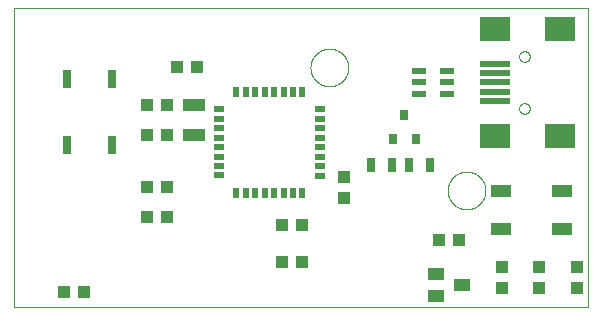
<source format=gtp>
G75*
%MOIN*%
%OFA0B0*%
%FSLAX25Y25*%
%IPPOS*%
%LPD*%
%AMOC8*
5,1,8,0,0,1.08239X$1,22.5*
%
%ADD10C,0.00000*%
%ADD11R,0.04331X0.03937*%
%ADD12R,0.03937X0.04331*%
%ADD13R,0.06500X0.03937*%
%ADD14R,0.03346X0.02126*%
%ADD15R,0.02126X0.03346*%
%ADD16R,0.05512X0.03937*%
%ADD17R,0.03000X0.06000*%
%ADD18R,0.09843X0.01969*%
%ADD19R,0.09843X0.07874*%
%ADD20R,0.07480X0.04331*%
%ADD21R,0.03150X0.03543*%
%ADD22R,0.03150X0.04724*%
%ADD23R,0.04724X0.02362*%
D10*
X0001900Y0003250D02*
X0001900Y0103211D01*
X0193101Y0103211D01*
X0193101Y0003250D01*
X0001900Y0003250D01*
X0100600Y0083250D02*
X0100602Y0083408D01*
X0100608Y0083567D01*
X0100618Y0083725D01*
X0100632Y0083882D01*
X0100650Y0084040D01*
X0100671Y0084196D01*
X0100697Y0084353D01*
X0100727Y0084508D01*
X0100760Y0084663D01*
X0100798Y0084817D01*
X0100839Y0084970D01*
X0100884Y0085121D01*
X0100933Y0085272D01*
X0100986Y0085421D01*
X0101042Y0085569D01*
X0101103Y0085716D01*
X0101166Y0085861D01*
X0101234Y0086004D01*
X0101305Y0086145D01*
X0101379Y0086285D01*
X0101457Y0086423D01*
X0101539Y0086559D01*
X0101624Y0086692D01*
X0101712Y0086824D01*
X0101803Y0086953D01*
X0101898Y0087080D01*
X0101996Y0087204D01*
X0102097Y0087326D01*
X0102201Y0087446D01*
X0102307Y0087563D01*
X0102417Y0087677D01*
X0102530Y0087788D01*
X0102645Y0087896D01*
X0102764Y0088002D01*
X0102884Y0088104D01*
X0103007Y0088204D01*
X0103133Y0088300D01*
X0103261Y0088393D01*
X0103392Y0088483D01*
X0103524Y0088569D01*
X0103659Y0088652D01*
X0103796Y0088732D01*
X0103935Y0088808D01*
X0104075Y0088881D01*
X0104218Y0088950D01*
X0104362Y0089016D01*
X0104507Y0089078D01*
X0104655Y0089136D01*
X0104803Y0089191D01*
X0104953Y0089242D01*
X0105104Y0089289D01*
X0105257Y0089332D01*
X0105410Y0089371D01*
X0105564Y0089407D01*
X0105719Y0089438D01*
X0105875Y0089466D01*
X0106032Y0089490D01*
X0106189Y0089510D01*
X0106347Y0089526D01*
X0106504Y0089538D01*
X0106663Y0089546D01*
X0106821Y0089550D01*
X0106979Y0089550D01*
X0107137Y0089546D01*
X0107296Y0089538D01*
X0107453Y0089526D01*
X0107611Y0089510D01*
X0107768Y0089490D01*
X0107925Y0089466D01*
X0108081Y0089438D01*
X0108236Y0089407D01*
X0108390Y0089371D01*
X0108543Y0089332D01*
X0108696Y0089289D01*
X0108847Y0089242D01*
X0108997Y0089191D01*
X0109145Y0089136D01*
X0109293Y0089078D01*
X0109438Y0089016D01*
X0109582Y0088950D01*
X0109725Y0088881D01*
X0109865Y0088808D01*
X0110004Y0088732D01*
X0110141Y0088652D01*
X0110276Y0088569D01*
X0110408Y0088483D01*
X0110539Y0088393D01*
X0110667Y0088300D01*
X0110793Y0088204D01*
X0110916Y0088104D01*
X0111036Y0088002D01*
X0111155Y0087896D01*
X0111270Y0087788D01*
X0111383Y0087677D01*
X0111493Y0087563D01*
X0111599Y0087446D01*
X0111703Y0087326D01*
X0111804Y0087204D01*
X0111902Y0087080D01*
X0111997Y0086953D01*
X0112088Y0086824D01*
X0112176Y0086692D01*
X0112261Y0086559D01*
X0112343Y0086423D01*
X0112421Y0086285D01*
X0112495Y0086145D01*
X0112566Y0086004D01*
X0112634Y0085861D01*
X0112697Y0085716D01*
X0112758Y0085569D01*
X0112814Y0085421D01*
X0112867Y0085272D01*
X0112916Y0085121D01*
X0112961Y0084970D01*
X0113002Y0084817D01*
X0113040Y0084663D01*
X0113073Y0084508D01*
X0113103Y0084353D01*
X0113129Y0084196D01*
X0113150Y0084040D01*
X0113168Y0083882D01*
X0113182Y0083725D01*
X0113192Y0083567D01*
X0113198Y0083408D01*
X0113200Y0083250D01*
X0113198Y0083092D01*
X0113192Y0082933D01*
X0113182Y0082775D01*
X0113168Y0082618D01*
X0113150Y0082460D01*
X0113129Y0082304D01*
X0113103Y0082147D01*
X0113073Y0081992D01*
X0113040Y0081837D01*
X0113002Y0081683D01*
X0112961Y0081530D01*
X0112916Y0081379D01*
X0112867Y0081228D01*
X0112814Y0081079D01*
X0112758Y0080931D01*
X0112697Y0080784D01*
X0112634Y0080639D01*
X0112566Y0080496D01*
X0112495Y0080355D01*
X0112421Y0080215D01*
X0112343Y0080077D01*
X0112261Y0079941D01*
X0112176Y0079808D01*
X0112088Y0079676D01*
X0111997Y0079547D01*
X0111902Y0079420D01*
X0111804Y0079296D01*
X0111703Y0079174D01*
X0111599Y0079054D01*
X0111493Y0078937D01*
X0111383Y0078823D01*
X0111270Y0078712D01*
X0111155Y0078604D01*
X0111036Y0078498D01*
X0110916Y0078396D01*
X0110793Y0078296D01*
X0110667Y0078200D01*
X0110539Y0078107D01*
X0110408Y0078017D01*
X0110276Y0077931D01*
X0110141Y0077848D01*
X0110004Y0077768D01*
X0109865Y0077692D01*
X0109725Y0077619D01*
X0109582Y0077550D01*
X0109438Y0077484D01*
X0109293Y0077422D01*
X0109145Y0077364D01*
X0108997Y0077309D01*
X0108847Y0077258D01*
X0108696Y0077211D01*
X0108543Y0077168D01*
X0108390Y0077129D01*
X0108236Y0077093D01*
X0108081Y0077062D01*
X0107925Y0077034D01*
X0107768Y0077010D01*
X0107611Y0076990D01*
X0107453Y0076974D01*
X0107296Y0076962D01*
X0107137Y0076954D01*
X0106979Y0076950D01*
X0106821Y0076950D01*
X0106663Y0076954D01*
X0106504Y0076962D01*
X0106347Y0076974D01*
X0106189Y0076990D01*
X0106032Y0077010D01*
X0105875Y0077034D01*
X0105719Y0077062D01*
X0105564Y0077093D01*
X0105410Y0077129D01*
X0105257Y0077168D01*
X0105104Y0077211D01*
X0104953Y0077258D01*
X0104803Y0077309D01*
X0104655Y0077364D01*
X0104507Y0077422D01*
X0104362Y0077484D01*
X0104218Y0077550D01*
X0104075Y0077619D01*
X0103935Y0077692D01*
X0103796Y0077768D01*
X0103659Y0077848D01*
X0103524Y0077931D01*
X0103392Y0078017D01*
X0103261Y0078107D01*
X0103133Y0078200D01*
X0103007Y0078296D01*
X0102884Y0078396D01*
X0102764Y0078498D01*
X0102645Y0078604D01*
X0102530Y0078712D01*
X0102417Y0078823D01*
X0102307Y0078937D01*
X0102201Y0079054D01*
X0102097Y0079174D01*
X0101996Y0079296D01*
X0101898Y0079420D01*
X0101803Y0079547D01*
X0101712Y0079676D01*
X0101624Y0079808D01*
X0101539Y0079941D01*
X0101457Y0080077D01*
X0101379Y0080215D01*
X0101305Y0080355D01*
X0101234Y0080496D01*
X0101166Y0080639D01*
X0101103Y0080784D01*
X0101042Y0080931D01*
X0100986Y0081079D01*
X0100933Y0081228D01*
X0100884Y0081379D01*
X0100839Y0081530D01*
X0100798Y0081683D01*
X0100760Y0081837D01*
X0100727Y0081992D01*
X0100697Y0082147D01*
X0100671Y0082304D01*
X0100650Y0082460D01*
X0100632Y0082618D01*
X0100618Y0082775D01*
X0100608Y0082933D01*
X0100602Y0083092D01*
X0100600Y0083250D01*
X0170128Y0086911D02*
X0170130Y0086995D01*
X0170136Y0087078D01*
X0170146Y0087161D01*
X0170160Y0087244D01*
X0170177Y0087326D01*
X0170199Y0087407D01*
X0170224Y0087486D01*
X0170253Y0087565D01*
X0170286Y0087642D01*
X0170322Y0087717D01*
X0170362Y0087791D01*
X0170405Y0087863D01*
X0170452Y0087932D01*
X0170502Y0087999D01*
X0170555Y0088064D01*
X0170611Y0088126D01*
X0170669Y0088186D01*
X0170731Y0088243D01*
X0170795Y0088296D01*
X0170862Y0088347D01*
X0170931Y0088394D01*
X0171002Y0088439D01*
X0171075Y0088479D01*
X0171150Y0088516D01*
X0171227Y0088550D01*
X0171305Y0088580D01*
X0171384Y0088606D01*
X0171465Y0088629D01*
X0171547Y0088647D01*
X0171629Y0088662D01*
X0171712Y0088673D01*
X0171795Y0088680D01*
X0171879Y0088683D01*
X0171963Y0088682D01*
X0172046Y0088677D01*
X0172130Y0088668D01*
X0172212Y0088655D01*
X0172294Y0088639D01*
X0172375Y0088618D01*
X0172456Y0088594D01*
X0172534Y0088566D01*
X0172612Y0088534D01*
X0172688Y0088498D01*
X0172762Y0088459D01*
X0172834Y0088417D01*
X0172904Y0088371D01*
X0172972Y0088322D01*
X0173037Y0088270D01*
X0173100Y0088215D01*
X0173160Y0088157D01*
X0173218Y0088096D01*
X0173272Y0088032D01*
X0173324Y0087966D01*
X0173372Y0087898D01*
X0173417Y0087827D01*
X0173458Y0087754D01*
X0173497Y0087680D01*
X0173531Y0087604D01*
X0173562Y0087526D01*
X0173589Y0087447D01*
X0173613Y0087366D01*
X0173632Y0087285D01*
X0173648Y0087203D01*
X0173660Y0087120D01*
X0173668Y0087036D01*
X0173672Y0086953D01*
X0173672Y0086869D01*
X0173668Y0086786D01*
X0173660Y0086702D01*
X0173648Y0086619D01*
X0173632Y0086537D01*
X0173613Y0086456D01*
X0173589Y0086375D01*
X0173562Y0086296D01*
X0173531Y0086218D01*
X0173497Y0086142D01*
X0173458Y0086068D01*
X0173417Y0085995D01*
X0173372Y0085924D01*
X0173324Y0085856D01*
X0173272Y0085790D01*
X0173218Y0085726D01*
X0173160Y0085665D01*
X0173100Y0085607D01*
X0173037Y0085552D01*
X0172972Y0085500D01*
X0172904Y0085451D01*
X0172834Y0085405D01*
X0172762Y0085363D01*
X0172688Y0085324D01*
X0172612Y0085288D01*
X0172534Y0085256D01*
X0172456Y0085228D01*
X0172375Y0085204D01*
X0172294Y0085183D01*
X0172212Y0085167D01*
X0172130Y0085154D01*
X0172046Y0085145D01*
X0171963Y0085140D01*
X0171879Y0085139D01*
X0171795Y0085142D01*
X0171712Y0085149D01*
X0171629Y0085160D01*
X0171547Y0085175D01*
X0171465Y0085193D01*
X0171384Y0085216D01*
X0171305Y0085242D01*
X0171227Y0085272D01*
X0171150Y0085306D01*
X0171075Y0085343D01*
X0171002Y0085383D01*
X0170931Y0085428D01*
X0170862Y0085475D01*
X0170795Y0085526D01*
X0170731Y0085579D01*
X0170669Y0085636D01*
X0170611Y0085696D01*
X0170555Y0085758D01*
X0170502Y0085823D01*
X0170452Y0085890D01*
X0170405Y0085959D01*
X0170362Y0086031D01*
X0170322Y0086105D01*
X0170286Y0086180D01*
X0170253Y0086257D01*
X0170224Y0086336D01*
X0170199Y0086415D01*
X0170177Y0086496D01*
X0170160Y0086578D01*
X0170146Y0086661D01*
X0170136Y0086744D01*
X0170130Y0086827D01*
X0170128Y0086911D01*
X0170128Y0069589D02*
X0170130Y0069673D01*
X0170136Y0069756D01*
X0170146Y0069839D01*
X0170160Y0069922D01*
X0170177Y0070004D01*
X0170199Y0070085D01*
X0170224Y0070164D01*
X0170253Y0070243D01*
X0170286Y0070320D01*
X0170322Y0070395D01*
X0170362Y0070469D01*
X0170405Y0070541D01*
X0170452Y0070610D01*
X0170502Y0070677D01*
X0170555Y0070742D01*
X0170611Y0070804D01*
X0170669Y0070864D01*
X0170731Y0070921D01*
X0170795Y0070974D01*
X0170862Y0071025D01*
X0170931Y0071072D01*
X0171002Y0071117D01*
X0171075Y0071157D01*
X0171150Y0071194D01*
X0171227Y0071228D01*
X0171305Y0071258D01*
X0171384Y0071284D01*
X0171465Y0071307D01*
X0171547Y0071325D01*
X0171629Y0071340D01*
X0171712Y0071351D01*
X0171795Y0071358D01*
X0171879Y0071361D01*
X0171963Y0071360D01*
X0172046Y0071355D01*
X0172130Y0071346D01*
X0172212Y0071333D01*
X0172294Y0071317D01*
X0172375Y0071296D01*
X0172456Y0071272D01*
X0172534Y0071244D01*
X0172612Y0071212D01*
X0172688Y0071176D01*
X0172762Y0071137D01*
X0172834Y0071095D01*
X0172904Y0071049D01*
X0172972Y0071000D01*
X0173037Y0070948D01*
X0173100Y0070893D01*
X0173160Y0070835D01*
X0173218Y0070774D01*
X0173272Y0070710D01*
X0173324Y0070644D01*
X0173372Y0070576D01*
X0173417Y0070505D01*
X0173458Y0070432D01*
X0173497Y0070358D01*
X0173531Y0070282D01*
X0173562Y0070204D01*
X0173589Y0070125D01*
X0173613Y0070044D01*
X0173632Y0069963D01*
X0173648Y0069881D01*
X0173660Y0069798D01*
X0173668Y0069714D01*
X0173672Y0069631D01*
X0173672Y0069547D01*
X0173668Y0069464D01*
X0173660Y0069380D01*
X0173648Y0069297D01*
X0173632Y0069215D01*
X0173613Y0069134D01*
X0173589Y0069053D01*
X0173562Y0068974D01*
X0173531Y0068896D01*
X0173497Y0068820D01*
X0173458Y0068746D01*
X0173417Y0068673D01*
X0173372Y0068602D01*
X0173324Y0068534D01*
X0173272Y0068468D01*
X0173218Y0068404D01*
X0173160Y0068343D01*
X0173100Y0068285D01*
X0173037Y0068230D01*
X0172972Y0068178D01*
X0172904Y0068129D01*
X0172834Y0068083D01*
X0172762Y0068041D01*
X0172688Y0068002D01*
X0172612Y0067966D01*
X0172534Y0067934D01*
X0172456Y0067906D01*
X0172375Y0067882D01*
X0172294Y0067861D01*
X0172212Y0067845D01*
X0172130Y0067832D01*
X0172046Y0067823D01*
X0171963Y0067818D01*
X0171879Y0067817D01*
X0171795Y0067820D01*
X0171712Y0067827D01*
X0171629Y0067838D01*
X0171547Y0067853D01*
X0171465Y0067871D01*
X0171384Y0067894D01*
X0171305Y0067920D01*
X0171227Y0067950D01*
X0171150Y0067984D01*
X0171075Y0068021D01*
X0171002Y0068061D01*
X0170931Y0068106D01*
X0170862Y0068153D01*
X0170795Y0068204D01*
X0170731Y0068257D01*
X0170669Y0068314D01*
X0170611Y0068374D01*
X0170555Y0068436D01*
X0170502Y0068501D01*
X0170452Y0068568D01*
X0170405Y0068637D01*
X0170362Y0068709D01*
X0170322Y0068783D01*
X0170286Y0068858D01*
X0170253Y0068935D01*
X0170224Y0069014D01*
X0170199Y0069093D01*
X0170177Y0069174D01*
X0170160Y0069256D01*
X0170146Y0069339D01*
X0170136Y0069422D01*
X0170130Y0069505D01*
X0170128Y0069589D01*
X0146350Y0042250D02*
X0146352Y0042408D01*
X0146358Y0042567D01*
X0146368Y0042725D01*
X0146382Y0042882D01*
X0146400Y0043040D01*
X0146421Y0043196D01*
X0146447Y0043353D01*
X0146477Y0043508D01*
X0146510Y0043663D01*
X0146548Y0043817D01*
X0146589Y0043970D01*
X0146634Y0044121D01*
X0146683Y0044272D01*
X0146736Y0044421D01*
X0146792Y0044569D01*
X0146853Y0044716D01*
X0146916Y0044861D01*
X0146984Y0045004D01*
X0147055Y0045145D01*
X0147129Y0045285D01*
X0147207Y0045423D01*
X0147289Y0045559D01*
X0147374Y0045692D01*
X0147462Y0045824D01*
X0147553Y0045953D01*
X0147648Y0046080D01*
X0147746Y0046204D01*
X0147847Y0046326D01*
X0147951Y0046446D01*
X0148057Y0046563D01*
X0148167Y0046677D01*
X0148280Y0046788D01*
X0148395Y0046896D01*
X0148514Y0047002D01*
X0148634Y0047104D01*
X0148757Y0047204D01*
X0148883Y0047300D01*
X0149011Y0047393D01*
X0149142Y0047483D01*
X0149274Y0047569D01*
X0149409Y0047652D01*
X0149546Y0047732D01*
X0149685Y0047808D01*
X0149825Y0047881D01*
X0149968Y0047950D01*
X0150112Y0048016D01*
X0150257Y0048078D01*
X0150405Y0048136D01*
X0150553Y0048191D01*
X0150703Y0048242D01*
X0150854Y0048289D01*
X0151007Y0048332D01*
X0151160Y0048371D01*
X0151314Y0048407D01*
X0151469Y0048438D01*
X0151625Y0048466D01*
X0151782Y0048490D01*
X0151939Y0048510D01*
X0152097Y0048526D01*
X0152254Y0048538D01*
X0152413Y0048546D01*
X0152571Y0048550D01*
X0152729Y0048550D01*
X0152887Y0048546D01*
X0153046Y0048538D01*
X0153203Y0048526D01*
X0153361Y0048510D01*
X0153518Y0048490D01*
X0153675Y0048466D01*
X0153831Y0048438D01*
X0153986Y0048407D01*
X0154140Y0048371D01*
X0154293Y0048332D01*
X0154446Y0048289D01*
X0154597Y0048242D01*
X0154747Y0048191D01*
X0154895Y0048136D01*
X0155043Y0048078D01*
X0155188Y0048016D01*
X0155332Y0047950D01*
X0155475Y0047881D01*
X0155615Y0047808D01*
X0155754Y0047732D01*
X0155891Y0047652D01*
X0156026Y0047569D01*
X0156158Y0047483D01*
X0156289Y0047393D01*
X0156417Y0047300D01*
X0156543Y0047204D01*
X0156666Y0047104D01*
X0156786Y0047002D01*
X0156905Y0046896D01*
X0157020Y0046788D01*
X0157133Y0046677D01*
X0157243Y0046563D01*
X0157349Y0046446D01*
X0157453Y0046326D01*
X0157554Y0046204D01*
X0157652Y0046080D01*
X0157747Y0045953D01*
X0157838Y0045824D01*
X0157926Y0045692D01*
X0158011Y0045559D01*
X0158093Y0045423D01*
X0158171Y0045285D01*
X0158245Y0045145D01*
X0158316Y0045004D01*
X0158384Y0044861D01*
X0158447Y0044716D01*
X0158508Y0044569D01*
X0158564Y0044421D01*
X0158617Y0044272D01*
X0158666Y0044121D01*
X0158711Y0043970D01*
X0158752Y0043817D01*
X0158790Y0043663D01*
X0158823Y0043508D01*
X0158853Y0043353D01*
X0158879Y0043196D01*
X0158900Y0043040D01*
X0158918Y0042882D01*
X0158932Y0042725D01*
X0158942Y0042567D01*
X0158948Y0042408D01*
X0158950Y0042250D01*
X0158948Y0042092D01*
X0158942Y0041933D01*
X0158932Y0041775D01*
X0158918Y0041618D01*
X0158900Y0041460D01*
X0158879Y0041304D01*
X0158853Y0041147D01*
X0158823Y0040992D01*
X0158790Y0040837D01*
X0158752Y0040683D01*
X0158711Y0040530D01*
X0158666Y0040379D01*
X0158617Y0040228D01*
X0158564Y0040079D01*
X0158508Y0039931D01*
X0158447Y0039784D01*
X0158384Y0039639D01*
X0158316Y0039496D01*
X0158245Y0039355D01*
X0158171Y0039215D01*
X0158093Y0039077D01*
X0158011Y0038941D01*
X0157926Y0038808D01*
X0157838Y0038676D01*
X0157747Y0038547D01*
X0157652Y0038420D01*
X0157554Y0038296D01*
X0157453Y0038174D01*
X0157349Y0038054D01*
X0157243Y0037937D01*
X0157133Y0037823D01*
X0157020Y0037712D01*
X0156905Y0037604D01*
X0156786Y0037498D01*
X0156666Y0037396D01*
X0156543Y0037296D01*
X0156417Y0037200D01*
X0156289Y0037107D01*
X0156158Y0037017D01*
X0156026Y0036931D01*
X0155891Y0036848D01*
X0155754Y0036768D01*
X0155615Y0036692D01*
X0155475Y0036619D01*
X0155332Y0036550D01*
X0155188Y0036484D01*
X0155043Y0036422D01*
X0154895Y0036364D01*
X0154747Y0036309D01*
X0154597Y0036258D01*
X0154446Y0036211D01*
X0154293Y0036168D01*
X0154140Y0036129D01*
X0153986Y0036093D01*
X0153831Y0036062D01*
X0153675Y0036034D01*
X0153518Y0036010D01*
X0153361Y0035990D01*
X0153203Y0035974D01*
X0153046Y0035962D01*
X0152887Y0035954D01*
X0152729Y0035950D01*
X0152571Y0035950D01*
X0152413Y0035954D01*
X0152254Y0035962D01*
X0152097Y0035974D01*
X0151939Y0035990D01*
X0151782Y0036010D01*
X0151625Y0036034D01*
X0151469Y0036062D01*
X0151314Y0036093D01*
X0151160Y0036129D01*
X0151007Y0036168D01*
X0150854Y0036211D01*
X0150703Y0036258D01*
X0150553Y0036309D01*
X0150405Y0036364D01*
X0150257Y0036422D01*
X0150112Y0036484D01*
X0149968Y0036550D01*
X0149825Y0036619D01*
X0149685Y0036692D01*
X0149546Y0036768D01*
X0149409Y0036848D01*
X0149274Y0036931D01*
X0149142Y0037017D01*
X0149011Y0037107D01*
X0148883Y0037200D01*
X0148757Y0037296D01*
X0148634Y0037396D01*
X0148514Y0037498D01*
X0148395Y0037604D01*
X0148280Y0037712D01*
X0148167Y0037823D01*
X0148057Y0037937D01*
X0147951Y0038054D01*
X0147847Y0038174D01*
X0147746Y0038296D01*
X0147648Y0038420D01*
X0147553Y0038547D01*
X0147462Y0038676D01*
X0147374Y0038808D01*
X0147289Y0038941D01*
X0147207Y0039077D01*
X0147129Y0039215D01*
X0147055Y0039355D01*
X0146984Y0039496D01*
X0146916Y0039639D01*
X0146853Y0039784D01*
X0146792Y0039931D01*
X0146736Y0040079D01*
X0146683Y0040228D01*
X0146634Y0040379D01*
X0146589Y0040530D01*
X0146548Y0040683D01*
X0146510Y0040837D01*
X0146477Y0040992D01*
X0146447Y0041147D01*
X0146421Y0041304D01*
X0146400Y0041460D01*
X0146382Y0041618D01*
X0146368Y0041775D01*
X0146358Y0041933D01*
X0146352Y0042092D01*
X0146350Y0042250D01*
D11*
X0143554Y0025750D03*
X0150246Y0025750D03*
X0097746Y0030750D03*
X0091054Y0030750D03*
X0091054Y0018250D03*
X0097746Y0018250D03*
X0052746Y0033250D03*
X0046054Y0033250D03*
X0046054Y0043250D03*
X0052746Y0043250D03*
X0052746Y0060750D03*
X0046054Y0060750D03*
X0046054Y0070750D03*
X0052746Y0070750D03*
X0056054Y0083250D03*
X0062746Y0083250D03*
X0025246Y0008250D03*
X0018554Y0008250D03*
D12*
X0111900Y0039904D03*
X0111900Y0046596D03*
X0164400Y0016596D03*
X0164400Y0009904D03*
X0176900Y0009904D03*
X0176900Y0016596D03*
X0189400Y0016596D03*
X0189400Y0009904D03*
D13*
X0184546Y0029451D03*
X0164254Y0029451D03*
X0164254Y0042049D03*
X0184546Y0042049D03*
D14*
X0103731Y0047226D03*
X0103731Y0050376D03*
X0103731Y0053526D03*
X0103731Y0056675D03*
X0103731Y0059825D03*
X0103731Y0062974D03*
X0103731Y0066124D03*
X0103731Y0069274D03*
X0070069Y0069274D03*
X0070069Y0066124D03*
X0070069Y0062974D03*
X0070069Y0059825D03*
X0070069Y0056675D03*
X0070069Y0053565D03*
X0070069Y0050415D03*
X0070069Y0047266D03*
D15*
X0075876Y0041419D03*
X0079026Y0041419D03*
X0082176Y0041419D03*
X0085325Y0041419D03*
X0088475Y0041419D03*
X0091624Y0041419D03*
X0094774Y0041419D03*
X0097924Y0041419D03*
X0097924Y0075081D03*
X0094774Y0075081D03*
X0091624Y0075081D03*
X0088475Y0075081D03*
X0085325Y0075081D03*
X0082176Y0075081D03*
X0079026Y0075081D03*
X0075876Y0075081D03*
D16*
X0142569Y0014490D03*
X0151231Y0010750D03*
X0142569Y0007010D03*
D17*
X0034400Y0057250D03*
X0019400Y0057250D03*
X0019400Y0079250D03*
X0034400Y0079250D03*
D18*
X0162057Y0078250D03*
X0162057Y0075100D03*
X0162057Y0071951D03*
X0162057Y0081400D03*
X0162057Y0084549D03*
D19*
X0162057Y0095967D03*
X0183711Y0095967D03*
X0183711Y0060533D03*
X0162057Y0060533D03*
D20*
X0061900Y0060829D03*
X0061900Y0070671D03*
D21*
X0128160Y0059313D03*
X0135640Y0059313D03*
X0131900Y0067581D03*
D22*
X0133357Y0050750D03*
X0127943Y0050750D03*
X0120857Y0050750D03*
X0140443Y0050750D03*
D23*
X0136900Y0074510D03*
X0136900Y0078250D03*
X0136900Y0081990D03*
X0145955Y0081990D03*
X0145955Y0078250D03*
X0145955Y0074510D03*
M02*

</source>
